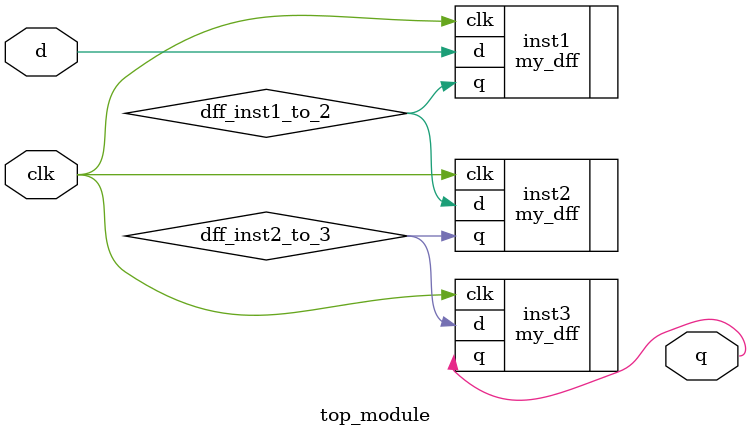
<source format=v>

module top_module ( 
    input clk,
    input d,
    output q
);
    wire dff_inst1_to_2;
    wire dff_inst2_to_3;

    // connects input to inst1 to inst2 to inst3 to output
    my_dff inst1 (.clk(clk), .d(d), .q(dff_inst1_to_2));
    my_dff inst2 (.clk(clk), .d(dff_inst1_to_2), .q(dff_inst2_to_3));
    my_dff inst3 (.clk(clk), .d(dff_inst2_to_3), .q(q));
endmodule
</source>
